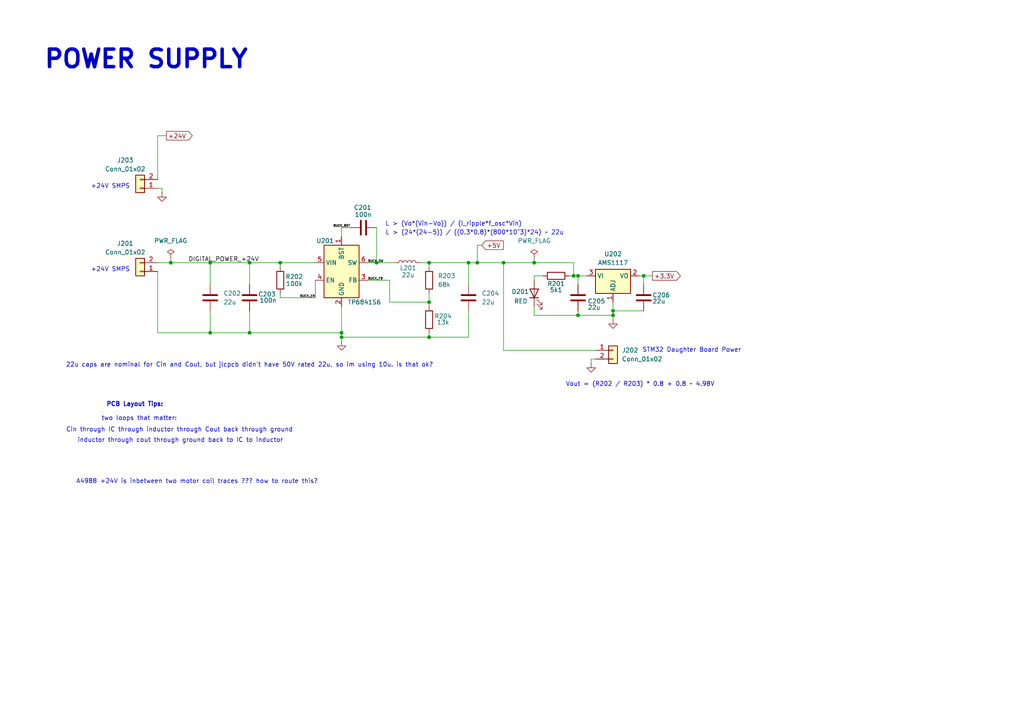
<source format=kicad_sch>
(kicad_sch (version 20250114) (generator "eeschema") (generator_version "9.0")
  (paper "A4")
  (lib_symbols
    (symbol "Connector_Generic:Conn_01x02" (pin_names (offset 1.016) (hide yes))
      (property "Reference" "J" (at 0 2.54 0))
      (property "Value" "Conn_01x02" (at 0 -5.08 0))
      (symbol "Conn_01x02_1_1"
        (rectangle (start -1.27 1.27) (end 1.27 -3.81) (stroke (width 0.254)) (fill (type background)))
        (rectangle (start -1.27 0.127) (end 0 -0.127) (stroke (width 0.1524)))
        (rectangle (start -1.27 -2.413) (end 0 -2.667) (stroke (width 0.1524)))
        (pin passive line (at -5.08 0 0) (length 3.81) (name "Pin_1") (number "1"))
        (pin passive line (at -5.08 -2.54 0) (length 3.81) (name "Pin_2") (number "2"))
      )
    )
    (symbol "Device:C" (pin_numbers (hide yes)) (pin_names (offset 0.254))
      (property "Reference" "C" (at 0.635 2.54 0))
      (property "Value" "C" (at 0.635 -2.54 0))
      (symbol "C_0_1"
        (polyline (pts (xy -2.032 0.762) (xy 2.032 0.762)) (stroke (width 0.508)))
        (polyline (pts (xy -2.032 -0.762) (xy 2.032 -0.762)) (stroke (width 0.508)))
      )
      (symbol "C_1_1"
        (pin passive line (at 0 3.81 270) (length 2.794) (name "~") (number "1"))
        (pin passive line (at 0 -3.81 90) (length 2.794) (name "~") (number "2"))
      )
    )
    (symbol "Device:L" (pin_numbers (hide yes)) (pin_names (offset 1.016) (hide yes))
      (property "Reference" "L" (at -1.27 0 90))
      (property "Value" "L" (at 1.905 0 90))
      (symbol "L_0_1"
        (arc (start 0 2.54) (mid 0.6323 1.905) (end 0 1.27))
        (arc (start 0 1.27) (mid 0.6323 0.635) (end 0 0))
        (arc (start 0 0) (mid 0.6323 -0.635) (end 0 -1.27))
        (arc (start 0 -1.27) (mid 0.6323 -1.905) (end 0 -2.54))
      )
      (symbol "L_1_1"
        (pin passive line (at 0 3.81 270) (length 1.27) (name "1") (number "1"))
        (pin passive line (at 0 -3.81 90) (length 1.27) (name "2") (number "2"))
      )
    )
    (symbol "Device:LED" (pin_numbers (hide yes)) (pin_names (offset 1.016) (hide yes))
      (property "Reference" "D" (at 0 2.54 0))
      (property "Value" "LED" (at 0 -2.54 0))
      (symbol "LED_0_1"
        (polyline (pts (xy -3.048 -0.762) (xy -4.572 -2.286) (xy -3.81 -2.286) (xy -4.572 -2.286) (xy -4.572 -1.524)))
        (polyline (pts (xy -1.778 -0.762) (xy -3.302 -2.286) (xy -2.54 -2.286) (xy -3.302 -2.286) (xy -3.302 -1.524)))
        (polyline (pts (xy -1.27 0) (xy 1.27 0)))
        (polyline (pts (xy -1.27 -1.27) (xy -1.27 1.27)) (stroke (width 0.254)))
        (polyline (pts (xy 1.27 -1.27) (xy 1.27 1.27) (xy -1.27 0) (xy 1.27 -1.27)) (stroke (width 0.254)))
      )
      (symbol "LED_1_1"
        (pin passive line (at -3.81 0 0) (length 2.54) (name "K") (number "1"))
        (pin passive line (at 3.81 0 180) (length 2.54) (name "A") (number "2"))
      )
    )
    (symbol "Device:R" (pin_numbers (hide yes)) (pin_names (offset 0))
      (property "Reference" "R" (at 2.032 0 90))
      (property "Value" "R" (at 0 0 90))
      (symbol "R_0_1"
        (rectangle (start -1.016 -2.54) (end 1.016 2.54) (stroke (width 0.254)))
      )
      (symbol "R_1_1"
        (pin passive line (at 0 3.81 270) (length 1.27) (name "~") (number "1"))
        (pin passive line (at 0 -3.81 90) (length 1.27) (name "~") (number "2"))
      )
    )
    (symbol "Regulator_Linear:AMS1117"
      (property "Reference" "U" (at -3.81 3.175 0))
      (property "Value" "AMS1117" (at 0 3.175 0))
      (symbol "AMS1117_0_1"
        (rectangle (start -5.08 -5.08) (end 5.08 1.905) (stroke (width 0.254)) (fill (type background)))
      )
      (symbol "AMS1117_1_1"
        (pin power_in line (at -7.62 0 0) (length 2.54) (name "VI") (number "3"))
        (pin input line (at 0 -7.62 90) (length 2.54) (name "ADJ") (number "1"))
        (pin power_out line (at 7.62 0 180) (length 2.54) (name "VO") (number "2"))
      )
    )
    (symbol "dorjee symbols:TP6841S6"
      (property "Reference" "U" (at -5.842 7.366 0))
      (property "Value" "TP6841S6" (at -0.762 -10.16 0))
      (symbol "TP6841S6_0_1"
        (rectangle (start -6.35 6.35) (end 3.81 -8.89) (stroke (width 0.254)) (fill (type background)))
      )
      (symbol "TP6841S6_1_1"
        (pin power_in line (at -8.89 1.27 0) (length 2.54) (name "VIN") (number "5"))
        (pin input line (at -8.89 -3.81 0) (length 2.54) (name "EN") (number "4"))
        (pin passive line (at -1.27 8.89 270) (length 2.54) (name "BST") (number "1"))
        (pin power_in line (at -1.27 -11.43 90) (length 2.54) (name "GND") (number "2"))
        (pin output line (at 6.35 1.27 180) (length 2.54) (name "SW") (number "6"))
        (pin input line (at 6.35 -3.81 180) (length 2.54) (name "FB") (number "3"))
      )
    )
    (symbol "power:GND" (power) (pin_numbers (hide yes)) (pin_names (offset 0) (hide yes))
      (property "Value" "GND" (at 0 -3.81 0))
      (symbol "GND_0_1"
        (polyline (pts (xy 0 0) (xy 0 -1.27) (xy 1.27 -1.27) (xy 0 -2.54) (xy -1.27 -1.27) (xy 0 -1.27)))
      )
      (symbol "GND_1_1"
        (pin power_in line (at 0 0 270) (length 0) (name "~") (number "1"))
      )
    )
    (symbol "power:PWR_FLAG" (power) (pin_numbers (hide yes)) (pin_names (offset 0) (hide yes))
      (property "Value" "PWR_FLAG" (at 0 3.81 0))
      (symbol "PWR_FLAG_0_0"
        (pin power_out line (at 0 0 90) (length 0) (name "~") (number "1"))
      )
      (symbol "PWR_FLAG_0_1"
        (polyline (pts (xy 0 0) (xy 0 1.27) (xy -1.016 1.905) (xy 0 2.54) (xy 1.016 1.905) (xy 0 1.27)))
      )
    )
  )
  (text "A4988 +24V is inbetween two motor coil traces ??? how to route this?\n" (at 57.15 139.7 0) (effects (font (size 1.27 1.27))))
  (text "+24V SMPS" (at 32.004 78.232 0) (effects (font (size 1.27 1.27))))
  (text "L > (24*(24-5)) / ((0.3*0.8)*(800*10^3)*24) ~ 22u" (at 137.668 67.564 0) (effects (font (size 1.27 1.27))))
  (text "PCB Layout Tips:" (at 39.116 117.348 0) (effects (font (size 1.27 1.27) (thickness 0.254) (bold yes))))
  (text "two loops that matter:" (at 40.386 121.412 0) (effects (font (size 1.27 1.27) (thickness 0.1588))))
  (text "Vout = (R202 / R203) * 0.8 + 0.8 ~ 4.98V" (at 185.674 111.506 0) (effects (font (size 1.27 1.27) (thickness 0.1588))))
  (text "22u caps are nominal for Cin and Cout, but jlcpcb didn't have 50V rated 22u, so im using 10u. is that ok?" (at 72.39 105.918 0) (effects (font (size 1.27 1.27) (thickness 0.1588))))
  (text "POWER SUPPLY\n" (at 42.418 17.272 0) (effects (font (size 5.08 5.08) (thickness 1.016) (bold yes))))
  (text "+24V SMPS" (at 32.004 54.102 0) (effects (font (size 1.27 1.27))))
  (text "STM32 Daughter Board Power" (at 200.66 101.6 0) (effects (font (size 1.27 1.27))))
  (text "inductor through cout through ground back to IC to inductor" (at 52.324 127.762 0) (effects (font (size 1.27 1.27) (thickness 0.1588))))
  (text "L > (Vo*(Vin-Vo)) / (I_ripple*f_osc*Vin)" (at 131.572 65.024 0) (effects (font (size 1.27 1.27) (thickness 0.1588))))
  (text "Cin through IC through inductor through Cout back through ground" (at 52.07 124.714 0) (effects (font (size 1.27 1.27) (thickness 0.1588))))
  (junction (at 81.28 76.2))
  (junction (at 99.06 96.52))
  (junction (at 60.96 96.52))
  (junction (at 49.53 76.2))
  (junction (at 138.43 76.2))
  (junction (at 135.89 76.2))
  (junction (at 124.46 76.2))
  (junction (at 72.39 96.52))
  (junction (at 186.69 80.01))
  (junction (at 124.46 97.79))
  (junction (at 177.8 90.17))
  (junction (at 154.94 76.2))
  (junction (at 177.8 91.44))
  (junction (at 166.37 80.01))
  (junction (at 124.46 87.63))
  (junction (at 60.96 76.2))
  (junction (at 167.64 80.01))
  (junction (at 109.22 76.2))
  (junction (at 146.05 76.2))
  (junction (at 72.39 76.2))
  (junction (at 167.64 91.44))
  (junction (at 99.06 97.79))
  (wire (pts (xy 135.89 76.2) (xy 135.89 82.55)))
  (wire (pts (xy 146.05 76.2) (xy 146.05 101.6)))
  (wire (pts (xy 177.8 87.63) (xy 177.8 90.17)))
  (wire (pts (xy 166.37 76.2) (xy 166.37 80.01)))
  (wire (pts (xy 60.96 76.2) (xy 60.96 82.55)))
  (wire (pts (xy 135.89 90.17) (xy 135.89 97.79)))
  (wire (pts (xy 81.28 76.2) (xy 91.44 76.2)))
  (wire (pts (xy 146.05 76.2) (xy 154.94 76.2)))
  (wire (pts (xy 124.46 77.47) (xy 124.46 76.2)))
  (wire (pts (xy 177.8 90.17) (xy 186.69 90.17)))
  (wire (pts (xy 106.68 81.28) (xy 113.03 81.28)))
  (wire (pts (xy 46.99 54.61) (xy 45.72 54.61)))
  (wire (pts (xy 138.43 71.12) (xy 138.43 76.2)))
  (wire (pts (xy 154.94 88.9) (xy 154.94 91.44)))
  (wire (pts (xy 99.06 66.04) (xy 99.06 68.58)))
  (wire (pts (xy 177.8 91.44) (xy 177.8 92.71)))
  (wire (pts (xy 167.64 80.01) (xy 167.64 82.55)))
  (wire (pts (xy 171.45 104.14) (xy 171.45 105.41)))
  (wire (pts (xy 124.46 87.63) (xy 124.46 88.9)))
  (wire (pts (xy 167.64 91.44) (xy 177.8 91.44)))
  (wire (pts (xy 167.64 80.01) (xy 170.18 80.01)))
  (wire (pts (xy 81.28 85.09) (xy 81.28 86.36)))
  (wire (pts (xy 109.22 76.2) (xy 114.3 76.2)))
  (wire (pts (xy 165.1 80.01) (xy 166.37 80.01)))
  (wire (pts (xy 60.96 96.52) (xy 72.39 96.52)))
  (wire (pts (xy 45.72 76.2) (xy 49.53 76.2)))
  (wire (pts (xy 124.46 96.52) (xy 124.46 97.79)))
  (wire (pts (xy 45.72 96.52) (xy 60.96 96.52)))
  (wire (pts (xy 81.28 76.2) (xy 81.28 77.47)))
  (wire (pts (xy 138.43 76.2) (xy 146.05 76.2)))
  (wire (pts (xy 124.46 76.2) (xy 121.92 76.2)))
  (wire (pts (xy 46.99 55.88) (xy 46.99 54.61)))
  (wire (pts (xy 154.94 74.93) (xy 154.94 76.2)))
  (wire (pts (xy 113.03 81.28) (xy 113.03 87.63)))
  (wire (pts (xy 49.53 76.2) (xy 60.96 76.2)))
  (wire (pts (xy 45.72 78.74) (xy 45.72 96.52)))
  (wire (pts (xy 124.46 87.63) (xy 124.46 85.09)))
  (wire (pts (xy 101.6 66.04) (xy 99.06 66.04)))
  (wire (pts (xy 186.69 80.01) (xy 186.69 82.55)))
  (wire (pts (xy 106.68 76.2) (xy 109.22 76.2)))
  (wire (pts (xy 99.06 97.79) (xy 124.46 97.79)))
  (wire (pts (xy 135.89 76.2) (xy 138.43 76.2)))
  (wire (pts (xy 135.89 97.79) (xy 124.46 97.79)))
  (wire (pts (xy 99.06 96.52) (xy 99.06 97.79)))
  (wire (pts (xy 172.72 104.14) (xy 171.45 104.14)))
  (wire (pts (xy 72.39 96.52) (xy 99.06 96.52)))
  (wire (pts (xy 124.46 76.2) (xy 135.89 76.2)))
  (wire (pts (xy 99.06 88.9) (xy 99.06 96.52)))
  (wire (pts (xy 99.06 97.79) (xy 99.06 99.06)))
  (wire (pts (xy 157.48 80.01) (xy 154.94 80.01)))
  (wire (pts (xy 154.94 80.01) (xy 154.94 81.28)))
  (wire (pts (xy 109.22 76.2) (xy 109.22 66.04)))
  (wire (pts (xy 91.44 81.28) (xy 91.44 86.36)))
  (wire (pts (xy 45.72 39.37) (xy 48.26 39.37)))
  (wire (pts (xy 167.64 91.44) (xy 167.64 90.17)))
  (wire (pts (xy 166.37 80.01) (xy 167.64 80.01)))
  (wire (pts (xy 186.69 80.01) (xy 189.23 80.01)))
  (wire (pts (xy 113.03 87.63) (xy 124.46 87.63)))
  (wire (pts (xy 139.7 71.12) (xy 138.43 71.12)))
  (wire (pts (xy 186.69 80.01) (xy 185.42 80.01)))
  (wire (pts (xy 60.96 76.2) (xy 72.39 76.2)))
  (wire (pts (xy 45.72 52.07) (xy 45.72 39.37)))
  (wire (pts (xy 177.8 90.17) (xy 177.8 91.44)))
  (wire (pts (xy 154.94 76.2) (xy 166.37 76.2)))
  (wire (pts (xy 91.44 86.36) (xy 81.28 86.36)))
  (wire (pts (xy 154.94 91.44) (xy 167.64 91.44)))
  (wire (pts (xy 60.96 90.17) (xy 60.96 96.52)))
  (wire (pts (xy 72.39 76.2) (xy 81.28 76.2)))
  (wire (pts (xy 72.39 90.17) (xy 72.39 96.52)))
  (wire (pts (xy 146.05 101.6) (xy 172.72 101.6)))
  (wire (pts (xy 49.53 74.93) (xy 49.53 76.2)))
  (wire (pts (xy 72.39 76.2) (xy 72.39 82.55)))
  (label "BUCK_SW" (at 106.68 76.2 0) (effects (font (size 0.635 0.635))))
  (label "DIGITAL_POWER_+24V" (at 54.61 76.2 0))
  (label "BUCK_BST" (at 101.6 66.04 180) (effects (font (size 0.635 0.635) (thickness 0.254) (bold yes))))
  (label "BUCK_EN" (at 91.44 86.36 180) (effects (font (size 0.635 0.635))))
  (label "BUCK_FB" (at 106.68 81.28 0) (effects (font (size 0.635 0.635))))
  (global_label "+5V" (shape input) (at 139.7 71.12 0) (property "Intersheetrefs" "${INTERSHEET_REFS}" (effects (hide yes))))
  (global_label "+24V" (shape output) (at 48.26 39.37 0) (property "Intersheetrefs" "${INTERSHEET_REFS}" (effects (hide yes))))
  (global_label "+3.3V" (shape output) (at 189.23 80.01 0) (property "Intersheetrefs" "${INTERSHEET_REFS}" (effects (hide yes))))
  (symbol (lib_id "Device:C") (at 186.69 86.36 0) (unit 1)
    (property "Reference" "C206" (at 189.23 85.598 0) (effects (justify left)))
    (property "Value" "22u" (at 189.23 87.376 0) (effects (justify left)))
    (property "Footprint" "Capacitor_SMD:C_0603_1608Metric" (effects (hide yes)))
    (property "Description" "Unpolarized capacitor" (effects (hide yes)))
    (property "Manufacturer" "Samsung Electro-Mechanics" (effects (hide yes)))
    (property "MPN" "CL21A226MAQNNNE" (effects (hide yes)))
    (property "LCSC Part Number" "C45783" (effects (hide yes)))
  )
  (symbol (lib_id "power:GND") (at 171.45 105.41 0) (unit 1)
    (property "Reference" "#PWR0204" (effects (hide yes)))
    (property "Value" "GND" (effects (hide yes)))
    (property "Description" "Power symbol creates a global label with name \"GND\" , ground" (effects (hide yes)))
  )
  (symbol (lib_id "Device:C") (at 135.89 86.36 0) (unit 1)
    (property "Reference" "C204" (at 139.7 85.0899 0) (effects (justify left)))
    (property "Value" "22u" (at 139.7 87.6299 0) (effects (justify left)))
    (property "Footprint" "Capacitor_SMD:C_2220_5750Metric" (effects (hide yes)))
    (property "Description" "Unpolarized capacitor" (effects (hide yes)))
    (property "Manufacturer" "PSA(Prosperity Dielectrics)" (effects (hide yes)))
    (property "MPN" "FS55X226K500EHG" (effects (hide yes)))
    (property "LCSC Part Number" "C784103" (effects (hide yes)))
  )
  (symbol (lib_id "Device:L") (at 118.11 76.2 90) (unit 1)
    (property "Reference" "L201" (at 118.364 77.724 90))
    (property "Value" "22u" (at 118.364 79.756 90))
    (property "Footprint" "Inductor_SMD:L_10.4x10.4_H4.8" (effects (hide yes)))
    (property "Description" "Inductor" (effects (hide yes)))
    (property "Manufacturer" "SXN(Shun Xiang Nuo Elec)" (effects (hide yes)))
    (property "MPN" "SMDRH105R-220MT" (effects (hide yes)))
    (property "LCSC Part Number" "C10165" (effects (hide yes)))
  )
  (symbol (lib_id "Connector_Generic:Conn_01x02") (at 40.64 54.61 180) (unit 1) (in_bom no)
    (property "Reference" "J203" (at 36.322 46.482 0))
    (property "Value" "Conn_01x02" (at 36.322 49.022 0))
    (property "Footprint" "TerminalBlock:TerminalBlock_bornier-2_P5.08mm" (effects (hide yes)))
    (property "Description" "Generic connector, single row, 01x02, script generated (kicad-library-utils/schlib/autogen/connector/)" (effects (hide yes)))
  )
  (symbol (lib_id "Device:C") (at 72.39 86.36 180) (unit 1)
    (property "Reference" "C203" (at 80.01 85.344 0) (effects (justify left)))
    (property "Value" "100n" (at 80.264 87.122 0) (effects (justify left)))
    (property "Footprint" "Capacitor_SMD:C_0603_1608Metric" (effects (hide yes)))
    (property "Description" "Unpolarized capacitor" (effects (hide yes)))
    (property "Manufacturer" "YAGEO" (effects (hide yes)))
    (property "MPN" "CC0603KRX7R9BB104" (effects (hide yes)))
    (property "LCSC Part Number" "C14663" (effects (hide yes)))
  )
  (symbol (lib_id "Device:C") (at 105.41 66.04 270) (unit 1)
    (property "Reference" "C201" (at 102.616 60.198 90) (effects (justify left)))
    (property "Value" "100n" (at 102.87 62.23 90) (effects (justify left)))
    (property "Footprint" "Capacitor_SMD:C_0603_1608Metric" (effects (hide yes)))
    (property "Description" "Unpolarized capacitor" (effects (hide yes)))
    (property "Manufacturer" "YAGEO" (effects (hide yes)))
    (property "MPN" "CC0603KRX7R9BB104" (effects (hide yes)))
    (property "LCSC Part Number" "C14663" (effects (hide yes)))
  )
  (symbol (lib_id "power:GND") (at 99.06 99.06 0) (unit 1)
    (property "Reference" "#PWR0203" (effects (hide yes)))
    (property "Value" "GND" (effects (hide yes)))
    (property "Description" "Power symbol creates a global label with name \"GND\" , ground" (effects (hide yes)))
  )
  (symbol (lib_id "Connector_Generic:Conn_01x02") (at 40.64 78.74 180) (unit 1) (in_bom no)
    (property "Reference" "J201" (at 36.322 70.612 0))
    (property "Value" "Conn_01x02" (at 36.322 73.152 0))
    (property "Footprint" "TerminalBlock:TerminalBlock_bornier-2_P5.08mm" (effects (hide yes)))
    (property "Description" "Generic connector, single row, 01x02, script generated (kicad-library-utils/schlib/autogen/connector/)" (effects (hide yes)))
  )
  (symbol (lib_id "power:GND") (at 46.99 55.88 0) (unit 1)
    (property "Reference" "#PWR0205" (effects (hide yes)))
    (property "Value" "GND" (effects (hide yes)))
    (property "Description" "Power symbol creates a global label with name \"GND\" , ground" (effects (hide yes)))
  )
  (symbol (lib_id "Device:LED") (at 154.94 85.09 90) (unit 1)
    (property "Reference" "D201" (at 148.336 84.582 90) (effects (justify right)))
    (property "Value" "RED" (at 149.098 87.376 90) (effects (justify right)))
    (property "Footprint" "LED_SMD:LED_0603_1608Metric" (effects (hide yes)))
    (property "Description" "Light emitting diode" (effects (hide yes)))
    (property "Sim.Pins" "1=K 2=A" (effects (hide yes)))
    (property "Manufacturer" "Hubei KENTO Elec" (effects (hide yes)))
    (property "MPN" "KT-0603R" (effects (hide yes)))
    (property "LCSC Part Number" "C2286" (effects (hide yes)))
  )
  (symbol (lib_id "Device:R") (at 161.29 80.01 90) (unit 1)
    (property "Reference" "R201" (at 161.29 82.296 90))
    (property "Value" "5k1" (at 161.29 84.074 90))
    (property "Footprint" "Resistor_SMD:R_0603_1608Metric" (effects (hide yes)))
    (property "Description" "Resistor" (effects (hide yes)))
    (property "Manufacturer" "UNI-ROYAL(Uniroyal Elec)" (effects (hide yes)))
    (property "MPN" "0603WAF5101T5E" (effects (hide yes)))
    (property "LCSC Part Number" "C23186" (effects (hide yes)))
  )
  (symbol (lib_id "power:PWR_FLAG") (at 49.53 74.93 0) (unit 1)
    (property "Reference" "#FLG0201" (effects (hide yes)))
    (property "Value" "PWR_FLAG" (at 49.53 69.85 0))
    (property "Description" "Special symbol for telling ERC where power comes from" (effects (hide yes)))
  )
  (symbol (lib_id "power:PWR_FLAG") (at 154.94 74.93 0) (unit 1)
    (property "Reference" "#FLG0202" (effects (hide yes)))
    (property "Value" "PWR_FLAG" (at 154.94 69.85 0))
    (property "Description" "Special symbol for telling ERC where power comes from" (effects (hide yes)))
  )
  (symbol (lib_id "Device:R") (at 124.46 81.28 0) (unit 1)
    (property "Reference" "R203" (at 127 80.0099 0) (effects (justify left)))
    (property "Value" "68k" (at 127 82.5499 0) (effects (justify left)))
    (property "Footprint" "Resistor_SMD:R_0603_1608Metric" (effects (hide yes)))
    (property "Description" "Resistor" (effects (hide yes)))
    (property "Manufacturer" "UNI-ROYAL(Uniroyal Elec)" (effects (hide yes)))
    (property "MPN" "0603WAF6802T5E" (effects (hide yes)))
    (property "LCSC Part Number" "C23231" (effects (hide yes)))
  )
  (symbol (lib_id "power:GND") (at 177.8 92.71 0) (unit 1)
    (property "Reference" "#PWR0202" (effects (hide yes)))
    (property "Value" "GND" (effects (hide yes)))
    (property "Description" "Power symbol creates a global label with name \"GND\" , ground" (effects (hide yes)))
  )
  (symbol (lib_id "Device:R") (at 81.28 81.28 0) (unit 1)
    (property "Reference" "R202" (at 85.344 80.264 0))
    (property "Value" "100k" (at 85.344 82.296 0))
    (property "Footprint" "Resistor_SMD:R_0603_1608Metric" (effects (hide yes)))
    (property "Description" "Resistor" (effects (hide yes)))
    (property "Manufacturer" "UNI-ROYAL(Uniroyal Elec)" (effects (hide yes)))
    (property "MPN" "0603WAF1003T5E" (effects (hide yes)))
    (property "LCSC Part Number" "C25803" (effects (hide yes)))
  )
  (symbol (lib_id "Device:C") (at 60.96 86.36 0) (unit 1)
    (property "Reference" "C202" (at 64.77 85.0899 0) (effects (justify left)))
    (property "Value" "22u" (at 64.77 87.6299 0) (effects (justify left)))
    (property "Footprint" "Capacitor_SMD:C_2220_5750Metric" (effects (hide yes)))
    (property "Description" "Unpolarized capacitor" (effects (hide yes)))
    (property "Manufacturer" "PSA(Prosperity Dielectrics)" (effects (hide yes)))
    (property "MPN" "FS55X226K500EHG" (effects (hide yes)))
    (property "LCSC Part Number" "C784103" (effects (hide yes)))
  )
  (symbol (lib_id "Regulator_Linear:AMS1117") (at 177.8 80.01 0) (unit 1)
    (property "Reference" "U202" (at 177.8 73.66 0))
    (property "Value" "AMS1117" (at 177.8 76.2 0))
    (property "Footprint" "Package_TO_SOT_SMD:SOT-223-3_TabPin2" (effects (hide yes)))
    (property "Datasheet" "http://www.advanced-monolithic.com/pdf/ds1117.pdf" (effects (hide yes)))
    (property "Description" "1A Low Dropout regulator, positive, adjustable output, SOT-223" (effects (hide yes)))
    (property "Manufacturer" "Advanced Monolithic Systems" (effects (hide yes)))
    (property "MPN" "AMS1117-3.3" (effects (hide yes)))
    (property "LCSC Part Number" "C6186" (effects (hide yes)))
  )
  (symbol (lib_id "Device:C") (at 167.64 86.36 0) (unit 1)
    (property "Reference" "C205" (at 170.434 87.376 0) (effects (justify left)))
    (property "Value" "22u" (at 170.434 89.154 0) (effects (justify left)))
    (property "Footprint" "Capacitor_SMD:C_0603_1608Metric" (effects (hide yes)))
    (property "Description" "Unpolarized capacitor" (effects (hide yes)))
    (property "Manufacturer" "Samsung Electro-Mechanics" (effects (hide yes)))
    (property "MPN" "CL21A226MAQNNNE" (effects (hide yes)))
    (property "LCSC Part Number" "C45783" (effects (hide yes)))
  )
  (symbol (lib_id "Device:R") (at 124.46 92.71 180) (unit 1)
    (property "Reference" "R204" (at 128.524 91.694 0))
    (property "Value" "13k" (at 128.524 93.472 0))
    (property "Footprint" "Resistor_SMD:R_0603_1608Metric" (effects (hide yes)))
    (property "Description" "Resistor" (effects (hide yes)))
    (property "Manufacturer" "UNI-ROYAL(Uniroyal Elec)" (effects (hide yes)))
    (property "MPN" "0603WAF1302T5E" (effects (hide yes)))
    (property "LCSC Part Number" "C22797" (effects (hide yes)))
  )
  (symbol (lib_id "Connector_Generic:Conn_01x02") (at 177.8 101.6 0) (unit 1) (in_bom no)
    (property "Reference" "J202" (at 180.34 101.5999 0) (effects (justify left)))
    (property "Value" "Conn_01x02" (at 180.34 104.1399 0) (effects (justify left)))
    (property "Footprint" "Connector_PinHeader_2.54mm:PinHeader_1x02_P2.54mm_Vertical" (effects (hide yes)))
    (property "Description" "Generic connector, single row, 01x02, script generated (kicad-library-utils/schlib/autogen/connector/)" (effects (hide yes)))
  )
  (symbol (lib_id "dorjee symbols:TP6841S6") (at 100.33 77.47 0) (unit 1)
    (property "Reference" "U201" (at 91.694 69.85 0) (effects (justify left)))
    (property "Value" "TP6841S6" (at 100.838 87.63 0) (effects (justify left)))
    (property "Footprint" "Package_TO_SOT_SMD:SOT-23-6" (effects (hide yes)))
    (property "Datasheet" "https://jlcpcb.com/api/file/downloadByFileSystemAccessId/8588919820586377216" (effects (hide yes)))
    (property "Description" "800mA Synchronous Step-Down Voltage Regulator, 5V Output Voltage, 4.5-40V Input Voltage, SOT-23-6" (effects (hide yes)))
    (property "Manufacturer" "TECH PUBLIC" (effects (hide yes)))
    (property "MPN" "TP6841S6-A" (effects (hide yes)))
    (property "LCSC Part Number" "C2844924" (effects (hide yes)))
  )
)
</source>
